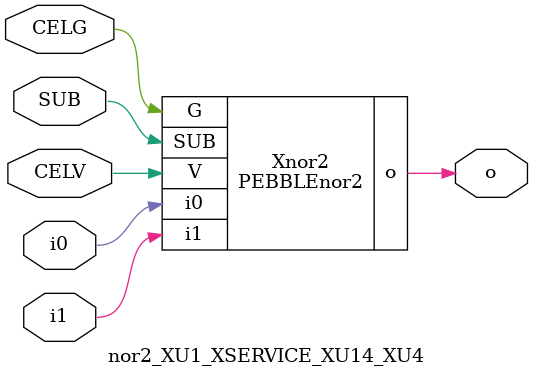
<source format=v>



module PEBBLEnor2 ( o, G, SUB, V, i0, i1 );

  input i0;
  input V;
  input i1;
  input G;
  output o;
  input SUB;
endmodule

//Celera Confidential Do Not Copy nor2_XU1_XSERVICE_XU14_XU4
//Celera Confidential Symbol Generator
//nor2
module nor2_XU1_XSERVICE_XU14_XU4 (CELV,CELG,i0,i1,o,SUB);
input CELV;
input CELG;
input i0;
input i1;
input SUB;
output o;

//Celera Confidential Do Not Copy nor2
PEBBLEnor2 Xnor2(
.V (CELV),
.i0 (i0),
.i1 (i1),
.o (o),
.SUB (SUB),
.G (CELG)
);
//,diesize,PEBBLEnor2

//Celera Confidential Do Not Copy Module End
//Celera Schematic Generator
endmodule

</source>
